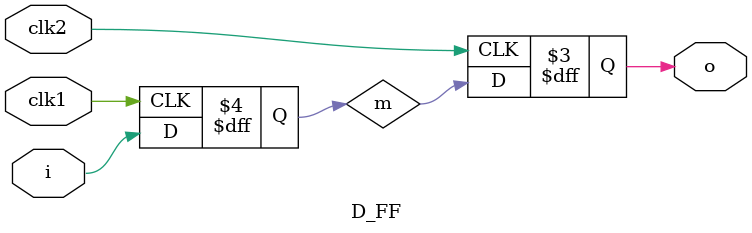
<source format=sv>
module D_FF (o, clk1, clk2, i);

	output logic o;
	input logic clk1, clk2, i;
	logic m;
	
	always_ff @(posedge clk1) begin 
		m <= i;
	end
	
	always_ff @(posedge clk2) begin 
		o <= m;
	end
	
endmodule

//module D_FF_testbench();
//	output logic o;
//	input logic clk1, clk2, i;
//	
//	D_FF dut(o, clk1, clk2, i);
//	
//	parameter CLOCK_PERIOD=100;
//		 initial begin
//				clk <= 0;
//				forever #(CLOCK_PERIOD/2) clk <= ~clk; 
//		  end
//	initial begin	
//		@(posedge clk);
//
//	end
//	endmodule
//	
</source>
